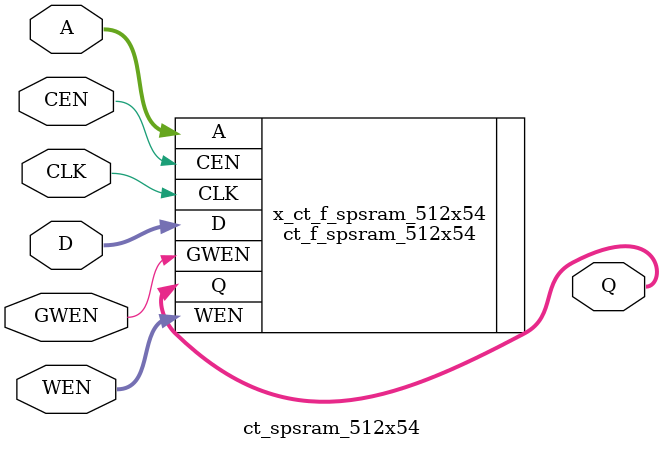
<source format=v>
/*Copyright 2019-2021 T-Head Semiconductor Co., Ltd.

Licensed under the Apache License, Version 2.0 (the "License");
you may not use this file except in compliance with the License.
You may obtain a copy of the License at

    http://www.apache.org/licenses/LICENSE-2.0

Unless required by applicable law or agreed to in writing, software
distributed under the License is distributed on an "AS IS" BASIS,
WITHOUT WARRANTIES OR CONDITIONS OF ANY KIND, either express or implied.
See the License for the specific language governing permissions and
limitations under the License.
*/

// &ModuleBeg; @22
module ct_spsram_512x54 (
  // &Ports, @23
  input    wire  [8 :0]  A,
  input    wire          CEN,
  input    wire          CLK,
  input    wire  [53:0]  D,
  input    wire          GWEN,
  input    wire  [53:0]  WEN,
  output   wire  [53:0]  Q
); 



// &Regs; @24
// &Wires; @25


//**********************************************************
//                  Parameter Definition
//**********************************************************
parameter ADDR_WIDTH = 9;
parameter DATA_WIDTH = 54;
parameter WE_WIDTH   = 54;

// &Force("bus","Q",DATA_WIDTH-1,0); @34
// &Force("bus","WEN",WE_WIDTH-1,0); @35
// &Force("bus","A",ADDR_WIDTH-1,0); @36
// &Force("bus","D",DATA_WIDTH-1,0); @37

  //********************************************************
  //*                        FPGA memory                   *
  //********************************************************
  //{WEN[37:19],WEN[18:0]}
//   &Instance("ct_f_spsram_512x54"); @44
ct_f_spsram_512x54  x_ct_f_spsram_512x54 (
  .A    (A   ),
  .CEN  (CEN ),
  .CLK  (CLK ),
  .D    (D   ),
  .GWEN (GWEN),
  .Q    (Q   ),
  .WEN  (WEN )
);

//   &Instance("ct_tsmc_spsram_512x54"); @50

// &ModuleEnd; @66
endmodule



</source>
